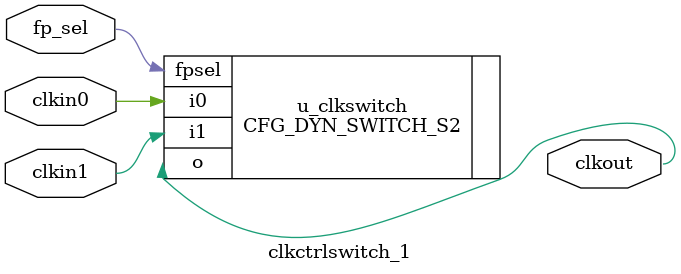
<source format=v>

module clkctrlswitch_1(
    clkin0,
    clkin1,
    fp_sel,
    clkout
);

input clkin0;
input clkin1;
input fp_sel;
output clkout;

CFG_DYN_SWITCH_S2 #(
        .SEL (2'b11),
        .gclk_mux (1)
)
u_clkswitch (
        .o (clkout),
        .i0 (clkin0),
        .i1 (clkin1),
        .fpsel (fp_sel)
);

endmodule

// ============================================================
//                  clkctrlswitch Setting
//
// Warning: This part is read by Fuxi, please don't modify it.
// ============================================================
// Device          : H1D03N0L144C7
// Module          : clkctrlswitch_1
// IP core         : clkctrlswitch
// IP Version      : 1

// Mux             : 1
// Simulation Files: 
// Synthesis Files : 

</source>
